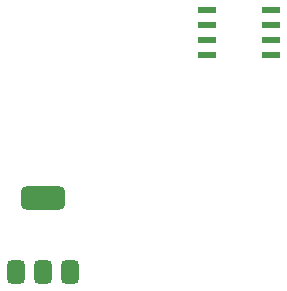
<source format=gbr>
%TF.GenerationSoftware,KiCad,Pcbnew,8.0.1*%
%TF.CreationDate,2024-08-21T14:38:24-03:00*%
%TF.ProjectId,monitoreo_solar,6d6f6e69-746f-4726-956f-5f736f6c6172,rev?*%
%TF.SameCoordinates,Original*%
%TF.FileFunction,Paste,Bot*%
%TF.FilePolarity,Positive*%
%FSLAX46Y46*%
G04 Gerber Fmt 4.6, Leading zero omitted, Abs format (unit mm)*
G04 Created by KiCad (PCBNEW 8.0.1) date 2024-08-21 14:38:24*
%MOMM*%
%LPD*%
G01*
G04 APERTURE LIST*
G04 Aperture macros list*
%AMRoundRect*
0 Rectangle with rounded corners*
0 $1 Rounding radius*
0 $2 $3 $4 $5 $6 $7 $8 $9 X,Y pos of 4 corners*
0 Add a 4 corners polygon primitive as box body*
4,1,4,$2,$3,$4,$5,$6,$7,$8,$9,$2,$3,0*
0 Add four circle primitives for the rounded corners*
1,1,$1+$1,$2,$3*
1,1,$1+$1,$4,$5*
1,1,$1+$1,$6,$7*
1,1,$1+$1,$8,$9*
0 Add four rect primitives between the rounded corners*
20,1,$1+$1,$2,$3,$4,$5,0*
20,1,$1+$1,$4,$5,$6,$7,0*
20,1,$1+$1,$6,$7,$8,$9,0*
20,1,$1+$1,$8,$9,$2,$3,0*%
G04 Aperture macros list end*
%ADD10RoundRect,0.375000X0.375000X-0.625000X0.375000X0.625000X-0.375000X0.625000X-0.375000X-0.625000X0*%
%ADD11RoundRect,0.500000X1.400000X-0.500000X1.400000X0.500000X-1.400000X0.500000X-1.400000X-0.500000X0*%
%ADD12R,1.498600X0.558800*%
G04 APERTURE END LIST*
D10*
%TO.C,U2*%
X42070000Y-97330000D03*
D11*
X44370000Y-91030000D03*
D10*
X44370000Y-97330000D03*
X46670000Y-97330000D03*
%TD*%
D12*
%TO.C,U1*%
X63705100Y-75095000D03*
X63705100Y-76365000D03*
X63705100Y-77635000D03*
X63705100Y-78905000D03*
X58294900Y-78905000D03*
X58294900Y-77635000D03*
X58294900Y-76365000D03*
X58294900Y-75095000D03*
%TD*%
M02*

</source>
